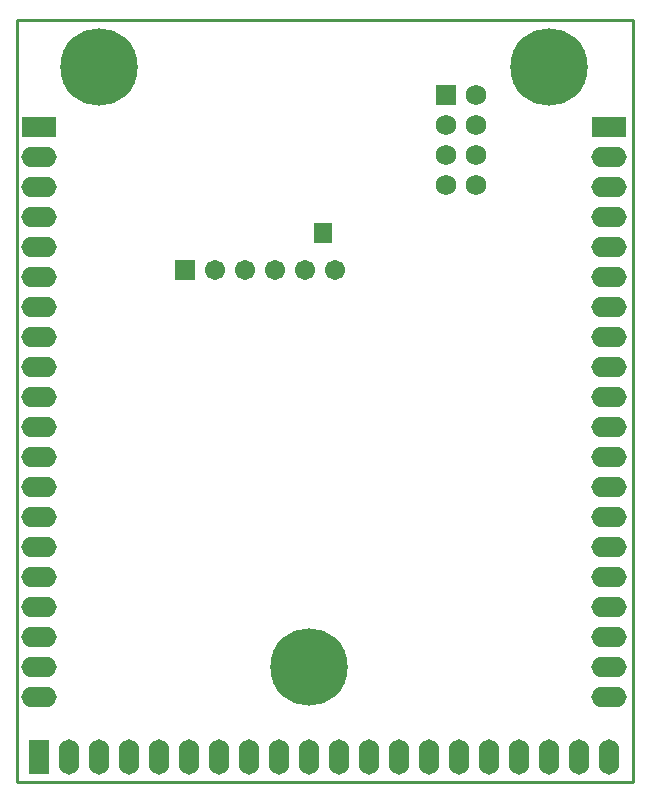
<source format=gbs>
G04*
G04 #@! TF.GenerationSoftware,Altium Limited,Altium Designer,20.0.11 (256)*
G04*
G04 Layer_Color=16711935*
%FSLAX25Y25*%
%MOIN*%
G70*
G01*
G75*
%ADD14C,0.01000*%
%ADD35C,0.06706*%
%ADD36R,0.06706X0.06706*%
%ADD37C,0.06902*%
%ADD38R,0.06902X0.06902*%
%ADD39C,0.25800*%
%ADD40O,0.11800X0.06800*%
%ADD41R,0.11800X0.06800*%
%ADD42O,0.06800X0.11800*%
%ADD43R,0.06800X0.11800*%
%ADD60R,0.06299X0.07087*%
%ADD61R,0.05800X0.03300*%
D14*
X320000Y146500D02*
X525500D01*
Y400500D01*
X320000D02*
X525500D01*
X320000Y146500D02*
Y400500D01*
D35*
X425966Y317324D02*
D03*
X415966D02*
D03*
X405966D02*
D03*
X395966D02*
D03*
X385966D02*
D03*
D36*
X375966D02*
D03*
D37*
X472913Y345630D02*
D03*
X462913D02*
D03*
X472913Y355630D02*
D03*
Y365630D02*
D03*
X462913Y355630D02*
D03*
Y365630D02*
D03*
X472913Y375630D02*
D03*
D38*
X462913D02*
D03*
D39*
X497500Y385000D02*
D03*
X347500D02*
D03*
X417500Y185000D02*
D03*
D40*
X517500Y175000D02*
D03*
Y185000D02*
D03*
Y195000D02*
D03*
Y205000D02*
D03*
Y215000D02*
D03*
Y225000D02*
D03*
Y235000D02*
D03*
Y245000D02*
D03*
Y255000D02*
D03*
Y265000D02*
D03*
Y275000D02*
D03*
Y285000D02*
D03*
Y295000D02*
D03*
Y305000D02*
D03*
Y315000D02*
D03*
Y325000D02*
D03*
Y335000D02*
D03*
Y345000D02*
D03*
Y355000D02*
D03*
X327500Y175000D02*
D03*
Y185000D02*
D03*
Y195000D02*
D03*
Y205000D02*
D03*
Y215000D02*
D03*
Y225000D02*
D03*
Y235000D02*
D03*
Y245000D02*
D03*
Y255000D02*
D03*
Y265000D02*
D03*
Y275000D02*
D03*
Y285000D02*
D03*
Y295000D02*
D03*
Y305000D02*
D03*
Y315000D02*
D03*
Y325000D02*
D03*
Y335000D02*
D03*
Y345000D02*
D03*
Y355000D02*
D03*
D41*
X517500Y365000D02*
D03*
X327500D02*
D03*
D42*
X517500Y155000D02*
D03*
X507500D02*
D03*
X497500D02*
D03*
X487500D02*
D03*
X477500D02*
D03*
X467500D02*
D03*
X457500D02*
D03*
X447500D02*
D03*
X437500D02*
D03*
X427500D02*
D03*
X417500D02*
D03*
X407500D02*
D03*
X397500D02*
D03*
X387500D02*
D03*
X377500D02*
D03*
X367500D02*
D03*
X357500D02*
D03*
X347500D02*
D03*
X337500D02*
D03*
D43*
X327500D02*
D03*
D60*
X421894Y329530D02*
D03*
D61*
X421894Y327908D02*
D03*
Y331151D02*
D03*
M02*

</source>
